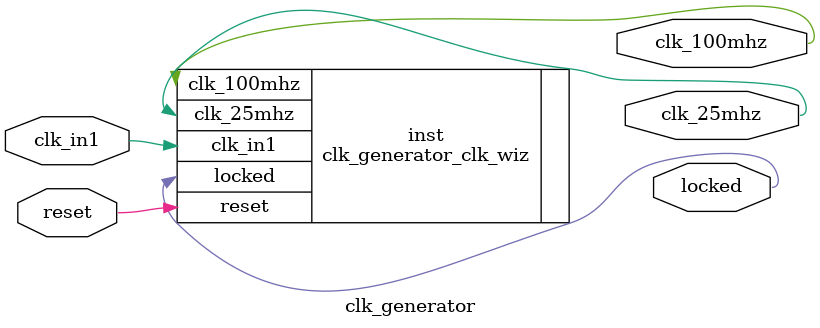
<source format=v>


`timescale 1ps/1ps

(* CORE_GENERATION_INFO = "clk_generator,clk_wiz_v6_0_14_0_0,{component_name=clk_generator,use_phase_alignment=true,use_min_o_jitter=false,use_max_i_jitter=false,use_dyn_phase_shift=false,use_inclk_switchover=false,use_dyn_reconfig=false,enable_axi=0,feedback_source=FDBK_AUTO,PRIMITIVE=PLL,num_out_clk=2,clkin1_period=10.000,clkin2_period=10.000,use_power_down=false,use_reset=true,use_locked=true,use_inclk_stopped=false,feedback_type=SINGLE,CLOCK_MGR_TYPE=NA,manual_override=false}" *)

module clk_generator 
 (
  // Clock out ports
  output        clk_100mhz,
  output        clk_25mhz,
  // Status and control signals
  input         reset,
  output        locked,
 // Clock in ports
  input         clk_in1
 );

  clk_generator_clk_wiz inst
  (
  // Clock out ports  
  .clk_100mhz(clk_100mhz),
  .clk_25mhz(clk_25mhz),
  // Status and control signals               
  .reset(reset), 
  .locked(locked),
 // Clock in ports
  .clk_in1(clk_in1)
  );

endmodule

</source>
